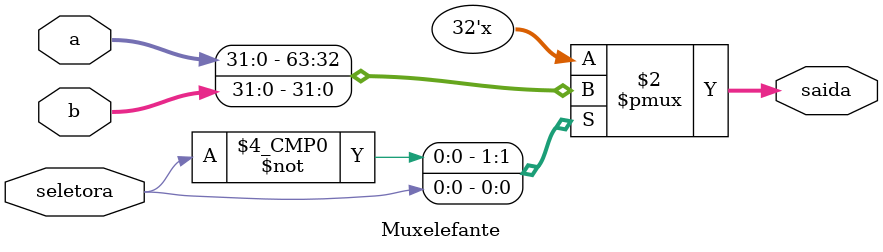
<source format=v>
module Muxelefante(a, b, seletora, saida);

input [31:0]a;
input [31:0]b;
input seletora;
output reg [31:0]saida;

//no bloco always de acordo com a seletora escolhida ele libera uma das saidas
always @(*)
begin
	case (seletora)
		1'b0: saida = a;
		1'b1: saida = b;
	endcase
end




endmodule	
</source>
